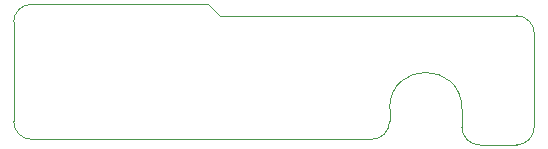
<source format=gbr>
G04 #@! TF.GenerationSoftware,KiCad,Pcbnew,(6.0.6-0)*
G04 #@! TF.CreationDate,2022-11-05T02:28:39-04:00*
G04 #@! TF.ProjectId,Twins Main PCB,5477696e-7320-44d6-9169-6e205043422e,1*
G04 #@! TF.SameCoordinates,Original*
G04 #@! TF.FileFunction,Profile,NP*
%FSLAX46Y46*%
G04 Gerber Fmt 4.6, Leading zero omitted, Abs format (unit mm)*
G04 Created by KiCad (PCBNEW (6.0.6-0)) date 2022-11-05 02:28:39*
%MOMM*%
%LPD*%
G01*
G04 APERTURE LIST*
G04 #@! TA.AperFunction,Profile*
%ADD10C,0.100000*%
G04 #@! TD*
G04 APERTURE END LIST*
D10*
X151779427Y-106199128D02*
X151776800Y-105110000D01*
X137400000Y-97250000D02*
X136440000Y-96275000D01*
X159400872Y-108179427D02*
X162529128Y-108179427D01*
X119950573Y-97780872D02*
X119950573Y-106199128D01*
X162529128Y-97250573D02*
X137400000Y-97250000D01*
X136440000Y-96275000D02*
X121450872Y-96280573D01*
X121450872Y-107699427D02*
X150279128Y-107699427D01*
X150279128Y-107699427D02*
G75*
G03*
X151779427Y-106199128I-28J1500327D01*
G01*
X157903200Y-105110000D02*
G75*
G03*
X151776800Y-105110000I-3063200J0D01*
G01*
X121450872Y-96280573D02*
G75*
G03*
X119950573Y-97780872I28J-1500327D01*
G01*
X157900573Y-106679128D02*
X157903200Y-105110000D01*
X157900573Y-106679128D02*
G75*
G03*
X159400872Y-108179427I1500327J28D01*
G01*
X164029427Y-106679128D02*
X164029427Y-98750872D01*
X164029427Y-98750872D02*
G75*
G03*
X162529128Y-97250573I-1500327J-28D01*
G01*
X162529128Y-108179427D02*
G75*
G03*
X164029427Y-106679128I-28J1500327D01*
G01*
X119950573Y-106199128D02*
G75*
G03*
X121450872Y-107699427I1500327J28D01*
G01*
M02*

</source>
